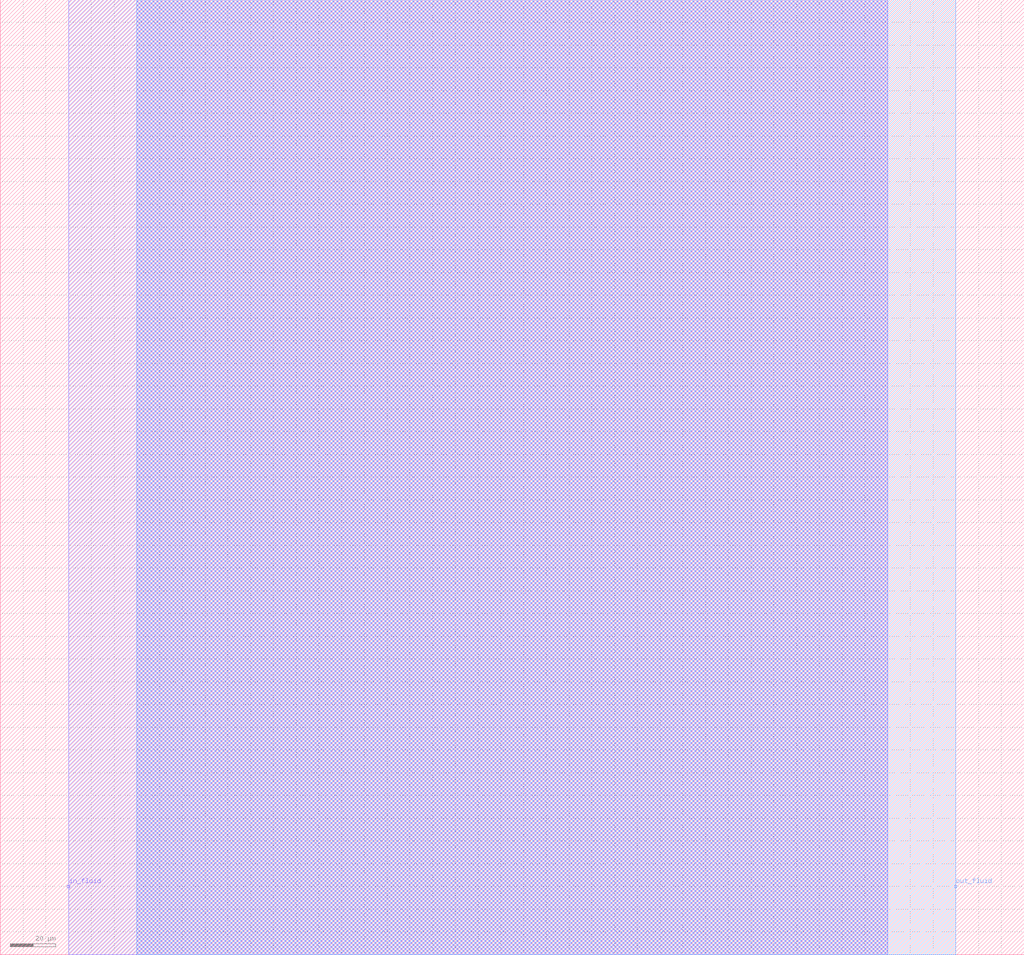
<source format=lef>


MACRO valve_20px_1
  CLASS CORE ;
  ORIGIN  0 0 ;
  FOREIGN valve_20px_1 0 0 ;
  SIZE 120 BY 120 ;
  SYMMETRY X Y ;
  SITE CoreSite ;
  PIN in_fluid
    DIRECTION INPUT ;
    USE SIGNAL ;
    PORT
      LAYER met1 ;
        RECT 29.5 59.5 30.5 60.5 ;
    END
  END in_fluid
  PIN out_fluid
    DIRECTION OUTPUT ;
    USE SIGNAL ;
    PORT
      LAYER met1 ;
        RECT 89.5 59.5 90.5 60.5 ;
    END
  END out_fluid
  PIN in_air
    DIRECTION INPUT ;
    USE SIGNAL ;
    PORT
      LAYER met2 ;
        RECT 59.5 29.5 60.5 30.5 ;
    END
  END in_air
  PIN out_air
    DIRECTION OUTPUT ;
    USE SIGNAL ;
    PORT
      LAYER met2 ;
        RECT 59.5 89.5 60.5 90.5 ;
    END
  END out_air
  OBS
    LAYER met1 ;
      RECT 30 30 90 90 ;
    LAYER met2 ;
      RECT 30 30 90 90 ;
    LAYER met3 ;
      RECT 30 30 90 90 ;
  END
  PROPERTY CatenaDesignType "deviceLevel" ;
END valve_20px_1
 
MACRO serpentine_100px_0
  CLASS CORE ;
  ORIGIN  0 0 ;
  FOREIGN serpentine_100px_0 0 0 ;
  SIZE 180 BY 180 ;
  SYMMETRY X Y ;
  SITE CoreSite ;
  PIN in_fluid
    DIRECTION INPUT ;
    USE SIGNAL ;
    PORT
      LAYER met1 ;
        RECT 29.5 29.5 30.5 30.5 ;
    END
  END in_fluid
  PIN out_fluid
    DIRECTION OUTPUT ;
    USE SIGNAL ;
    PORT
      LAYER met1 ;
        RECT 149.5 29.5 150.5 30.5 ;
    END
  END out_fluid
  OBS
    LAYER met1 ;
      RECT 30 30 150 150 ;
  END
  PROPERTY CatenaDesignType "deviceLevel" ;
END serpentine_100px_0
 
MACRO serpentine_150px_0
  CLASS CORE ;
  ORIGIN  0 0 ;
  FOREIGN serpentine_150px_0 0 0 ;
  SIZE 240 BY 240 ;
  SYMMETRY X Y ;
  SITE CoreSite ;
  PIN in_fluid
    DIRECTION INPUT ;
    USE SIGNAL ;
    PORT
      LAYER met1 ;
        RECT 29.5 29.5 30.5 30.5 ;
    END
  END in_fluid
  PIN out_fluid
    DIRECTION OUTPUT ;
    USE SIGNAL ;
    PORT
      LAYER met1 ;
        RECT 209.5 29.5 210.5 30.5 ;
    END
  END out_fluid
  OBS
    LAYER met1 ;
      RECT 30 30 210 210 ;
  END
  PROPERTY CatenaDesignType "deviceLevel" ;
END serpentine_150px_0
 
MACRO serpentine_200_100px_0
  CLASS CORE ;
  ORIGIN  0 0 ;
  FOREIGN serpentine_200_100px_0 0 0 ;
  SIZE 300 BY 180 ;
  SYMMETRY X Y ;
  SITE CoreSite ;
  PIN in_fluid
    DIRECTION INPUT ;
    USE SIGNAL ;
    PORT
      LAYER met1 ;
        RECT 29.5 29.5 30.5 30.5 ;
    END
  END in_fluid
  PIN out_fluid
    DIRECTION OUTPUT ;
    USE SIGNAL ;
    PORT
      LAYER met1 ;
        RECT 269.5 29.5 270.5 30.5 ;
    END
  END out_fluid
  OBS
    LAYER met1 ;
      RECT 30 30 270 150 ;
  END
  PROPERTY CatenaDesignType "deviceLevel" ;
END serpentine_200_100px_0

MACRO serpentine_200px_0
  CLASS CORE ;
  ORIGIN  0 0 ;
  FOREIGN serpentine_200px_0 0 0 ;
  SIZE 300 BY 300 ;
  SYMMETRY X Y ;
  SITE CoreSite ;
  PIN in_fluid
    DIRECTION INPUT ;
    USE SIGNAL ;
    PORT
      LAYER met1 ;
        RECT 29.5 29.5 30.5 30.5 ;
    END
  END in_fluid
  PIN out_fluid
    DIRECTION OUTPUT ;
    USE SIGNAL ;
    PORT
      LAYER met1 ;
        RECT 269.5 29.5 270.5 30.5 ;
    END
  END out_fluid
  OBS
    LAYER met1 ;
      RECT 30 30 270 270 ;
  END
  PROPERTY CatenaDesignType "deviceLevel" ;
END serpentine_200px_0
 
MACRO serpentine_200px_3
  CLASS CORE ;
  ORIGIN  0 0 ;
  FOREIGN serpentine_200px_0 0 0 ;
  SIZE 300 BY 300 ;
  SYMMETRY X Y ;
  SITE CoreSite ;
  PIN in_fluid
    DIRECTION INPUT ;
    USE SIGNAL ;
    PORT
      LAYER met2 ;
        RECT 29.5 29.5 30.5 30.5 ;
    END
  END in_fluid
  PIN out_fluid
    DIRECTION OUTPUT ;
    USE SIGNAL ;
    PORT
      LAYER met5 ;
        RECT 29.5 29.5 30.5 30.5 ;
    END
  END out_fluid
  OBS
    LAYER met2 ;
      RECT 30 0 270 300 ;
    LAYER met3 ;
      RECT 60 0 270 300 ;
    LAYER met4 ;
      RECT 60 0 270 300 ;
    LAYER met5 ;
      RECT 30 0 270 300 ;
  END
  PROPERTY CatenaDesignType "deviceLevel" ;
END serpentine_200px_3
 

MACRO serpentine_300px_0
  CLASS CORE ;
  ORIGIN  0 0 ;
  FOREIGN serpentine_300px_0 0 0 ;
  SIZE 420 BY 420 ;
  SYMMETRY X Y ;
  SITE CoreSite ;
  PIN in_fluid
    DIRECTION INPUT ;
    USE SIGNAL ;
    PORT
      LAYER met1 ;
        RECT 29.5 29.5 30.5 30.5 ;
    END
  END in_fluid
  PIN out_fluid
    DIRECTION OUTPUT ;
    USE SIGNAL ;
    PORT
      LAYER met1 ;
        RECT 389.5 29.5 390.5 30.5 ;
    END
  END out_fluid
  OBS
    LAYER met1 ;
      RECT 30 30 360 390 ;
  END
  PROPERTY CatenaDesignType "deviceLevel" ;
END serpentine_300px_0

MACRO serpentine_300px_1
  CLASS CORE ;
  ORIGIN  0 0 ;
  FOREIGN serpentine_300px_0 0 0 ;
  SIZE 420 BY 420 ;
  SYMMETRY X Y ;
  SITE CoreSite ;
  PIN in_fluid
    DIRECTION INPUT ;
    USE SIGNAL ;
    PORT
      LAYER met2 ;
        RECT 59.5 29.5 60.5 30.5 ;
    END
  END in_fluid
  PIN out_fluid
    DIRECTION OUTPUT ;
    USE SIGNAL ;
    PORT
      LAYER met3 ;
        RECT 29.5 29.5 30.5 30.5 ;
    END
  END out_fluid
  OBS
    LAYER met2 ;
      RECT 60 0 390 420 ;
    LAYER met3 ;
      RECT 60 0 390 420 ;
  END
  PROPERTY CatenaDesignType "deviceLevel" ;
END serpentine_300px_1
 
MACRO serpentine_300px_2
  CLASS CORE ;
  ORIGIN  0 0 ;
  FOREIGN serpentine_300px_0 0 0 ;
  SIZE 450 BY 420 ;
  SYMMETRY X Y ;
  SITE CoreSite ;
  PIN in_fluid
    DIRECTION INPUT ;
    USE SIGNAL ;
    PORT
      LAYER met2 ;
        RECT 29.5 29.5 30.5 30.5 ;
    END
  END in_fluid
  PIN out_fluid
    DIRECTION OUTPUT ;
    USE SIGNAL ;
    PORT
      LAYER met4 ;
        RECT 419.5 29.5 420.5 30.5 ;
    END
  END out_fluid
  OBS
    LAYER met2 ;
      RECT 30 0 390 420 ;
    LAYER met3 ;
      RECT 60 0 390 420 ;
    LAYER met4 ;
      RECT 60 0 420 420 ;
  END
  PROPERTY CatenaDesignType "deviceLevel" ;
END serpentine_300px_2
 
MACRO serpentine_300px_3
  CLASS CORE ;
  ORIGIN  0 0 ;
  FOREIGN serpentine_300px_0 0 0 ;
  SIZE 420 BY 420 ;
  SYMMETRY X Y ;
  SITE CoreSite ;
  PIN in_fluid
    DIRECTION INPUT ;
    USE SIGNAL ;
    PORT
      LAYER met2 ;
        RECT 59.5 29.5 60.5 30.5 ;
    END
  END in_fluid
  PIN out_fluid
    DIRECTION OUTPUT ;
    USE SIGNAL ;
    PORT
      LAYER met5 ;
        RECT 29.5 29.5 30.5 30.5 ;
    END
  END out_fluid
  OBS
    LAYER met2 ;
      RECT 60 0 420 420 ;
    LAYER met3 ;
      RECT 60 0 420 420 ;
    LAYER met4 ;
      RECT 60 0 420 420 ;
    LAYER met5 ;
      RECT 30 0 420 420 ;
  END
  PROPERTY CatenaDesignType "deviceLevel" ;
END serpentine_300px_3
 
MACRO serpentine_50px_0
  CLASS CORE ;
  ORIGIN  0 0 ;
  FOREIGN serpentine_50px_0 0 0 ;
  SIZE 120 BY 120 ;
  SYMMETRY X Y ;
  SITE CoreSite ;
  PIN in_fluid
    DIRECTION INPUT ;
    USE SIGNAL ;
    PORT
      LAYER met1 ;
        RECT 29.5 29.5 30.5 30.5 ;
    END
  END in_fluid
  PIN out_fluid
    DIRECTION OUTPUT ;
    USE SIGNAL ;
    PORT
      LAYER met1 ;
        RECT 89.5 29.5 90.5 30.5 ;
    END
  END out_fluid
  OBS
    LAYER met1 ;
      RECT 30 30 90 90 ;
  END
  PROPERTY CatenaDesignType "deviceLevel" ;
END serpentine_50px_0
 
MACRO serpentine_75px_0
  CLASS CORE ;
  ORIGIN  0 0 ;
  FOREIGN serpentine_75px_0 0 0 ;
  SIZE 150 BY 150 ;
  SYMMETRY X Y ;
  SITE CoreSite ;
  PIN in_fluid
    DIRECTION INPUT ;
    USE SIGNAL ;
    PORT
      LAYER met1 ;
        RECT 29.5 29.5 30.5 30.5 ;
    END
  END in_fluid
  PIN out_fluid
    DIRECTION OUTPUT ;
    USE SIGNAL ;
    PORT
      LAYER met1 ;
        RECT 119.5 29.5 120.5 30.5 ;
    END
  END out_fluid
  OBS
    LAYER met1 ;
      RECT 30 30 120 120 ;
  END
  PROPERTY CatenaDesignType "deviceLevel" ;
END serpentine_75px_0
MACRO diffmix_25px_0
  CLASS CORE ;
  ORIGIN  0 0 ;
  FOREIGN diffmix_25px_0 0 0 ;
  SIZE 90 BY 90 ;
  SYMMETRY X Y ;
  SITE CoreSite ;
  PIN a_fluid
    DIRECTION INPUT ;
    USE SIGNAL ;
    PORT
      LAYER met1 ;
        RECT 29.5 59.5 30.5 60.5 ;
    END
  END a_fluid
  PIN b_fluid
    DIRECTION INPUT ;
    USE SIGNAL ;
    PORT
      LAYER met1 ;
        RECT 29.5 29.5 30.5 30.5 ;
    END
  END b_fluid
  PIN out_fluid
    DIRECTION OUTPUT ;
    USE SIGNAL ;
    PORT
      LAYER met1 ;
        RECT 59.5 59.5 60.5 60.5 ;
    END
  END out_fluid
  OBS
    LAYER met1 ;
      RECT 30 30 60 60 ;
    LAYER met2 ;
      RECT 30 30 60 60 ;
  END
  PROPERTY CatenaDesignType "deviceLevel" ;
END diffmix_25px_0

</source>
